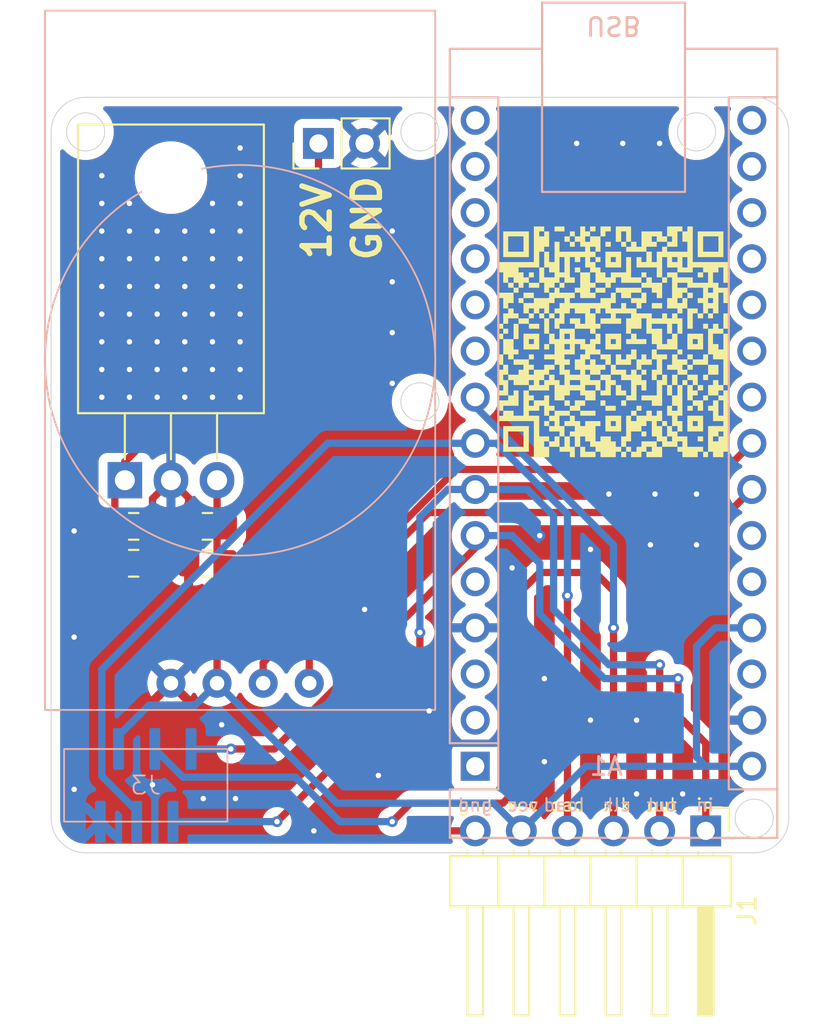
<source format=kicad_pcb>
(kicad_pcb (version 20241229) (generator "pcbnew") (generator_version "9.0")
  (layers (0 "F.Cu" signal) (2 "B.Cu" signal) (13 "F.Paste" user) (15 "B.Paste" user) (5 "F.SilkS" user "F.Silkscreen") (7 "B.SilkS" user "B.Silkscreen") (1 "F.Mask" user) (3 "B.Mask" user) (25 "Edge.Cuts" user))
  (net 0 "")
  (net 7 "VCC")
  (net 22 "SIPO out")
  (net 23 "PISO in")
  (net 24 "Shift{slash}load")
  (net 25 "Clock")
  (net 26 "GND")
  (net 27 "SCL")
  (net 28 "SDA")
  (net 29 "Net-(J2-Pin_1)")
  (footprint "Connector_PinHeader_2.54mm:PinHeader_1x02_P2.54mm_Vertical" (layer "F.Cu") (at 121.412 55.626 90)
    (property "Reference" "J2" (hide yes))
    (property "Value" "Conn_01x02_Pin")
    (pad "1" thru_hole rect (at 0 0 90) (size 1.7 1.7) (drill 1) (layers "*.Cu" "*.Mask") (net 29 "Net-(J2-Pin_1)"))
    (pad "2" thru_hole circle (at 0 2.54 90) (size 1.7 1.7) (drill 1) (layers "*.Cu" "*.Mask") (net 26 "GND"))
  )
  (footprint "Capacitor_SMD:C_0805_2012Metric_Pad1.18x1.45mm_HandSolder" (layer "F.Cu") (at 115.2945 78.74 180)
    (property "Reference" "C4" (hide yes))
    (property "Value" "C")
    (pad "1" smd roundrect (at -1.0375 0 180) (size 1.175 1.45) (layers "F.Cu" "F.Mask" "F.Paste") (roundrect_rratio 0.212766) (net 7 "VCC"))
    (pad "2" smd roundrect (at 1.0375 0 180) (size 1.175 1.45) (layers "F.Cu" "F.Mask" "F.Paste") (roundrect_rratio 0.212766) (net 26 "GND"))
  )
  (footprint "Capacitor_SMD:C_0805_2012Metric_Pad1.18x1.45mm_HandSolder" (layer "F.Cu") (at 111.2305 76.708)
    (property "Reference" "C1" (hide yes))
    (property "Value" "C")
    (pad "1" smd roundrect (at -1.0375 0) (size 1.175 1.45) (layers "F.Cu" "F.Mask" "F.Paste") (roundrect_rratio 0.212766) (net 29 "Net-(J2-Pin_1)"))
    (pad "2" smd roundrect (at 1.0375 0) (size 1.175 1.45) (layers "F.Cu" "F.Mask" "F.Paste") (roundrect_rratio 0.212766) (net 26 "GND"))
  )
  (footprint "Capacitor_SMD:C_0805_2012Metric_Pad1.18x1.45mm_HandSolder" (layer "F.Cu") (at 115.2945 76.708 180)
    (property "Reference" "C3" (hide yes))
    (property "Value" "C")
    (pad "1" smd roundrect (at -1.0375 0 180) (size 1.175 1.45) (layers "F.Cu" "F.Mask" "F.Paste") (roundrect_rratio 0.212766) (net 7 "VCC"))
    (pad "2" smd roundrect (at 1.0375 0 180) (size 1.175 1.45) (layers "F.Cu" "F.Mask" "F.Paste") (roundrect_rratio 0.212766) (net 26 "GND"))
  )
  (footprint "Connector_PinHeader_2.54mm:PinHeader_1x06_P2.54mm_Horizontal" (layer "F.Cu") (at 142.748 93.472 -90)
    (property "Reference" "J1" (at 4.385 -2.27 90) (layer "F.SilkS"))
    (property "Value" "Conn_01x06_Pin")
    (pad "1" thru_hole rect (at 0 0 270) (size 1.7 1.7) (drill 1) (layers "*.Cu" "*.Mask") (net 23 "PISO in"))
    (pad "2" thru_hole circle (at 0 2.54 270) (size 1.7 1.7) (drill 1) (layers "*.Cu" "*.Mask") (net 22 "SIPO out"))
    (pad "3" thru_hole circle (at 0 5.08 270) (size 1.7 1.7) (drill 1) (layers "*.Cu" "*.Mask") (net 25 "Clock"))
    (pad "4" thru_hole circle (at 0 7.62 270) (size 1.7 1.7) (drill 1) (layers "*.Cu" "*.Mask") (net 24 "Shift{slash}load"))
    (pad "5" thru_hole circle (at 0 10.16 270) (size 1.7 1.7) (drill 1) (layers "*.Cu" "*.Mask") (net 7 "VCC"))
    (pad "6" thru_hole circle (at 0 12.7 270) (size 1.7 1.7) (drill 1) (layers "*.Cu" "*.Mask") (net 26 "GND"))
  )
  (footprint "LOGO" (layer "F.Cu") (at 137.668 66.548)
    (property "Reference" "G***" (hide yes))
    (property "Value" "LOGO" (hide yes))
  )
  (footprint "timezoneClock:DS3231 RTC module" (layer "F.Cu") (at 117.094 67.564)
    (property "Reference" "RTC1" (hide yes))
    (property "Value" "~")
    (pad "1" thru_hole circle (at -3.81 17.78) (size 1.6 1.6) (drill 0.8) (layers "*.Cu" "*.Mask") (net 26 "GND"))
    (pad "2" thru_hole circle (at -1.27 17.78) (size 1.6 1.6) (drill 0.8) (layers "*.Cu" "*.Mask") (net 7 "VCC"))
    (pad "3" thru_hole circle (at 1.27 17.78) (size 1.6 1.6) (drill 0.8) (layers "*.Cu" "*.Mask") (net 28 "SDA"))
    (pad "4" thru_hole circle (at 3.81 17.78) (size 1.6 1.6) (drill 0.8) (layers "*.Cu" "*.Mask") (net 27 "SCL"))
  )
  (footprint "Capacitor_SMD:C_0805_2012Metric_Pad1.18x1.45mm_HandSolder" (layer "F.Cu") (at 111.2305 78.74)
    (property "Reference" "C2" (hide yes))
    (property "Value" "C")
    (pad "1" smd roundrect (at -1.0375 0) (size 1.175 1.45) (layers "F.Cu" "F.Mask" "F.Paste") (roundrect_rratio 0.212766) (net 29 "Net-(J2-Pin_1)"))
    (pad "2" smd roundrect (at 1.0375 0) (size 1.175 1.45) (layers "F.Cu" "F.Mask" "F.Paste") (roundrect_rratio 0.212766) (net 26 "GND"))
  )
  (footprint "Package_TO_SOT_THT:TO-220-3_Horizontal_TabDown" (layer "F.Cu") (at 110.744 74.168)
    (property "Reference" "U1" (at 2.54 -17.278 0) (layer "F.SilkS"))
    (property "Value" "L7805")
    (pad "" np_thru_hole circle (at 2.54 -16.66) (size 3.5 3.5) (drill 3.5) (layers "*.Cu" "*.Mask"))
    (pad "1" thru_hole rect (at 0 0) (size 1.905 2) (drill 1.1) (layers "*.Cu" "*.Mask") (net 29 "Net-(J2-Pin_1)"))
    (pad "2" thru_hole oval (at 2.54 0) (size 1.905 2) (drill 1.1) (layers "*.Cu" "*.Mask") (net 26 "GND"))
    (pad "3" thru_hole oval (at 5.08 0) (size 1.905 2) (drill 1.1) (layers "*.Cu" "*.Mask") (net 7 "VCC"))
  )
  (footprint "Module:Arduino_Nano" (layer "B.Cu") (at 130.048 89.916)
    (property "Reference" "A1" (at 7.222999 0 0) (layer "B.SilkS") (effects (justify mirror)))
    (property "Value" "Arduino_Nano_v3.x")
    (fp_text user "USB" (at 7.62 -40.767 180) (layer "B.SilkS") (effects (justify mirror)))
    (pad "1" thru_hole rect (at 0 0) (size 1.6 1.6) (drill 1) (layers "*.Cu" "*.Mask"))
    (pad "2" thru_hole oval (at 0 -2.54) (size 1.6 1.6) (drill 1) (layers "*.Cu" "*.Mask"))
    (pad "3" thru_hole oval (at 0 -5.08) (size 1.6 1.6) (drill 1) (layers "*.Cu" "*.Mask"))
    (pad "4" thru_hole oval (at 0 -7.62) (size 1.6 1.6) (drill 1) (layers "*.Cu" "*.Mask") (net 26 "GND"))
    (pad "5" thru_hole oval (at 0 -10.16) (size 1.6 1.6) (drill 1) (layers "*.Cu" "*.Mask"))
    (pad "6" thru_hole oval (at 0 -12.7) (size 1.6 1.6) (drill 1) (layers "*.Cu" "*.Mask") (net 23 "PISO in"))
    (pad "7" thru_hole oval (at 0 -15.24) (size 1.6 1.6) (drill 1) (layers "*.Cu" "*.Mask") (net 22 "SIPO out"))
    (pad "8" thru_hole oval (at 0 -17.78) (size 1.6 1.6) (drill 1) (layers "*.Cu" "*.Mask") (net 24 "Shift{slash}load"))
    (pad "9" thru_hole oval (at 0 -20.32) (size 1.6 1.6) (drill 1) (layers "*.Cu" "*.Mask") (net 25 "Clock"))
    (pad "10" thru_hole oval (at 0 -22.86) (size 1.6 1.6) (drill 1) (layers "*.Cu" "*.Mask"))
    (pad "11" thru_hole oval (at 0 -25.4) (size 1.6 1.6) (drill 1) (layers "*.Cu" "*.Mask"))
    (pad "12" thru_hole oval (at 0 -27.94) (size 1.6 1.6) (drill 1) (layers "*.Cu" "*.Mask"))
    (pad "13" thru_hole oval (at 0 -30.48) (size 1.6 1.6) (drill 1) (layers "*.Cu" "*.Mask"))
    (pad "14" thru_hole oval (at 0 -33.02) (size 1.6 1.6) (drill 1) (layers "*.Cu" "*.Mask"))
    (pad "15" thru_hole oval (at 0 -35.56) (size 1.6 1.6) (drill 1) (layers "*.Cu" "*.Mask"))
    (pad "16" thru_hole oval (at 15.24 -35.56) (size 1.6 1.6) (drill 1) (layers "*.Cu" "*.Mask"))
    (pad "17" thru_hole oval (at 15.24 -33.02) (size 1.6 1.6) (drill 1) (layers "*.Cu" "*.Mask"))
    (pad "18" thru_hole oval (at 15.24 -30.48) (size 1.6 1.6) (drill 1) (layers "*.Cu" "*.Mask"))
    (pad "19" thru_hole oval (at 15.24 -27.94) (size 1.6 1.6) (drill 1) (layers "*.Cu" "*.Mask"))
    (pad "20" thru_hole oval (at 15.24 -25.4) (size 1.6 1.6) (drill 1) (layers "*.Cu" "*.Mask"))
    (pad "21" thru_hole oval (at 15.24 -22.86) (size 1.6 1.6) (drill 1) (layers "*.Cu" "*.Mask"))
    (pad "22" thru_hole oval (at 15.24 -20.32) (size 1.6 1.6) (drill 1) (layers "*.Cu" "*.Mask"))
    (pad "23" thru_hole oval (at 15.24 -17.78) (size 1.6 1.6) (drill 1) (layers "*.Cu" "*.Mask") (net 28 "SDA"))
    (pad "24" thru_hole oval (at 15.24 -15.24) (size 1.6 1.6) (drill 1) (layers "*.Cu" "*.Mask") (net 27 "SCL"))
    (pad "25" thru_hole oval (at 15.24 -12.7) (size 1.6 1.6) (drill 1) (layers "*.Cu" "*.Mask"))
    (pad "26" thru_hole oval (at 15.24 -10.16) (size 1.6 1.6) (drill 1) (layers "*.Cu" "*.Mask"))
    (pad "27" thru_hole oval (at 15.24 -7.62) (size 1.6 1.6) (drill 1) (layers "*.Cu" "*.Mask") (net 7 "VCC"))
    (pad "28" thru_hole oval (at 15.24 -5.08) (size 1.6 1.6) (drill 1) (layers "*.Cu" "*.Mask"))
    (pad "29" thru_hole oval (at 15.24 -2.54) (size 1.6 1.6) (drill 1) (layers "*.Cu" "*.Mask") (net 26 "GND"))
    (pad "30" thru_hole oval (at 15.24 0) (size 1.6 1.6) (drill 1) (layers "*.Cu" "*.Mask") (net 7 "VCC"))
  )
  (footprint "timezoneClock:flatcable conn 6" (layer "B.Cu") (at 111.894999 90.964 180)
    (property "Reference" "J3" (at 0 0 0) (layer "B.SilkS") (effects (font (thickness 0.1)) (justify mirror)))
    (property "Value" "Conn_01x06_Socket")
    (pad "1" smd roundrect (at -2.5 2 180) (size 0.6 2.3) (layers "B.Cu" "B.Mask" "B.Paste") (roundrect_rratio 0.15) (net 23 "PISO in"))
    (pad "2" smd roundrect (at -1.5 -2 180) (size 0.6 2.3) (layers "B.Cu" "B.Mask" "B.Paste") (roundrect_rratio 0.15) (net 22 "SIPO out"))
    (pad "3" smd roundrect (at -0.5 2 180) (size 0.6 2.3) (layers "B.Cu" "B.Mask" "B.Paste") (roundrect_rratio 0.15) (net 25 "Clock"))
    (pad "4" smd roundrect (at 0.5 -2 180) (size 0.6 2.3) (layers "B.Cu" "B.Mask" "B.Paste") (roundrect_rratio 0.15) (net 24 "Shift{slash}load"))
    (pad "5" smd roundrect (at 1.5 2 180) (size 0.6 2.3) (layers "B.Cu" "B.Mask" "B.Paste") (roundrect_rratio 0.15) (net 7 "VCC"))
    (pad "6" smd roundrect (at 2.5 -2 180) (size 0.6 2.3) (layers "B.Cu" "B.Mask" "B.Paste") (roundrect_rratio 0.15) (net 26 "GND"))
  )
  (gr_line (start 108.585 53.086) (end 145.415 53.086) (stroke (width 0.05)) (layer "Edge.Cuts"))
  (gr_circle (center 127 69.85) (end 128.05 69.85) (stroke (width 0.05)) (fill no) (layer "Edge.Cuts"))
  (gr_arc (start 145.415 53.086) (mid 146.762038 53.643962) (end 147.32 54.991) (stroke (width 0.05)) (layer "Edge.Cuts"))
  (gr_circle (center 145.414999 92.774) (end 146.464999 92.774) (stroke (width 0.05)) (fill no) (layer "Edge.Cuts"))
  (gr_line (start 145.414999 94.679) (end 108.584999 94.679) (stroke (width 0.05)) (layer "Edge.Cuts"))
  (gr_arc (start 106.68 54.991) (mid 107.237962 53.643962) (end 108.585 53.086) (stroke (width 0.05)) (layer "Edge.Cuts"))
  (gr_arc (start 147.319999 92.774) (mid 146.762037 94.121038) (end 145.414999 94.679) (stroke (width 0.05)) (layer "Edge.Cuts"))
  (gr_circle (center 127 54.991) (end 128.05 54.991) (stroke (width 0.05)) (fill no) (layer "Edge.Cuts"))
  (gr_line (start 106.679999 92.774) (end 106.68 54.991) (stroke (width 0.05)) (layer "Edge.Cuts"))
  (gr_circle (center 108.585 54.991) (end 109.635 54.991) (stroke (width 0.05)) (fill no) (layer "Edge.Cuts"))
  (gr_circle (center 142.24 54.991) (end 143.29 54.991) (stroke (width 0.05)) (fill no) (layer "Edge.Cuts"))
  (gr_arc (start 108.584999 94.679) (mid 107.237961 94.121038) (end 106.679999 92.774) (stroke (width 0.05)) (layer "Edge.Cuts"))
  (gr_line (start 147.32 54.991) (end 147.319999 92.774) (stroke (width 0.05)) (layer "Edge.Cuts"))
  (gr_text "gnd" (at 129.032 92.456 0) (layer "F.SilkS") (effects (font (size 0.7 0.7) (thickness 0.1)) (justify left bottom)))
  (gr_text "12V" (at 122.200601 62.168045 90) (layer "F.SilkS") (effects (font (size 1.5 1.5) (thickness 0.3) (bold yes)) (justify left bottom)))
  (gr_text "out" (at 141.224 92.456 0) (layer "F.SilkS") (effects (font (size 0.7 0.7) (thickness 0.1)) (justify right bottom)))
  (gr_text "GND" (at 124.968 62.23 90) (layer "F.SilkS") (effects (font (size 1.5 1.5) (thickness 0.3) (bold yes)) (justify left bottom)))
  (gr_text "vcc\n" (at 133.604 92.456 0) (layer "F.SilkS") (effects (font (size 0.7 0.7) (thickness 0.1)) (justify right bottom)))
  (gr_text "in" (at 143.256 92.456 0) (layer "F.SilkS") (effects (font (size 0.7 0.7) (thickness 0.1)) (justify right bottom)))
  (gr_text "clk" (at 138.684 92.456 0) (layer "F.SilkS") (effects (font (size 0.7 0.7) (thickness 0.1)) (justify right bottom)))
  (gr_text "load\n" (at 136.144 92.456 0) (layer "F.SilkS") (effects (font (size 0.7 0.7) (thickness 0.1)) (justify right bottom)))
  (gr_text "out" (at 141.224 92.456 0) (layer "B.SilkS") (effects (font (size 0.7 0.7) (thickness 0.1)) (justify left bottom mirror)))
  (gr_text "clk" (at 138.684 92.456 0) (layer "B.SilkS") (effects (font (size 0.7 0.7) (thickness 0.1)) (justify left bottom mirror)))
  (gr_text "load\n" (at 136.144 92.456 0) (layer "B.SilkS") (effects (font (size 0.7 0.7) (thickness 0.1)) (justify left bottom mirror)))
  (gr_text "gnd" (at 131.064 92.456 0) (layer "B.SilkS") (effects (font (size 0.7 0.7) (thickness 0.1)) (justify left bottom mirror)))
  (gr_text "in" (at 143.256 92.456 0) (layer "B.SilkS") (effects (font (size 0.7 0.7) (thickness 0.1)) (justify left bottom mirror)))
  (gr_text "vcc\n" (at 133.604 92.456 0) (layer "B.SilkS") (effects (font (size 0.7 0.7) (thickness 0.1)) (justify left bottom mirror)))
  (segment (start 115.824 85.344) (end 115.824 74.168) (width 0.4) (layer "F.Cu") (net 7))
  (segment (start 145.288 82.296) (end 143.256 82.296) (width 0.4) (layer "B.Cu") (net 7))
  (segment (start 110.394999 88.233001) (end 112.083 86.545) (width 0.4) (layer "B.Cu") (net 7))
  (segment (start 122.428 91.948) (end 115.824 85.344) (width 0.4) (layer "B.Cu") (net 7))
  (segment (start 131.064 91.948) (end 122.428 91.948) (width 0.4) (layer "B.Cu") (net 7))
  (segment (start 132.588 93.472) (end 136.144 89.916) (width 0.4) (layer "B.Cu") (net 7))
  (segment (start 142.24 83.312) (end 142.24 89.408) (width 0.4) (layer "B.Cu") (net 7))
  (segment (start 132.588 93.472) (end 131.064 91.948) (width 0.4) (layer "B.Cu") (net 7))
  (segment (start 112.083 86.545) (end 114.623 86.545) (width 0.4) (layer "B.Cu") (net 7))
  (segment (start 143.256 82.296) (end 142.24 83.312) (width 0.4) (layer "B.Cu") (net 7))
  (segment (start 142.24 89.408) (end 142.748 89.916) (width 0.4) (layer "B.Cu") (net 7))
  (segment (start 142.748 89.916) (end 145.288 89.916) (width 0.4) (layer "B.Cu") (net 7))
  (segment (start 114.623 86.545) (end 115.824 85.344) (width 0.4) (layer "B.Cu") (net 7))
  (segment (start 110.394999 88.964) (end 110.394999 88.233001) (width 0.4) (layer "B.Cu") (net 7))
  (segment (start 136.144 89.916) (end 142.748 89.916) (width 0.4) (layer "B.Cu") (net 7))
  (segment (start 127 85.09) (end 127 82.55) (width 0.4) (layer "F.Cu") (net 22))
  (segment (start 140.208 93.472) (end 140.208 84.328) (width 0.4) (layer "F.Cu") (net 22))
  (segment (start 119.126 92.964) (end 127 85.09) (width 0.4) (layer "F.Cu") (net 22))
  (via (at 119.126 92.964) (size 0.6) (drill 0.3) (layers "F.Cu" "B.Cu") (net 22))
  (via (at 127 82.55) (size 0.6) (drill 0.3) (layers "F.Cu" "B.Cu") (net 22))
  (via (at 140.208 84.328) (size 0.6) (drill 0.3) (layers "F.Cu" "B.Cu") (net 22))
  (segment (start 132.920116 74.676) (end 130.048 74.676) (width 0.4) (layer "B.Cu") (net 22))
  (segment (start 128.524 74.676) (end 130.048 74.676) (width 0.4) (layer "B.Cu") (net 22))
  (segment (start 127 82.55) (end 127 76.2) (width 0.4) (layer "B.Cu") (net 22))
  (segment (start 134.366 81.28) (end 134.366 76.121884) (width 0.4) (layer "B.Cu") (net 22))
  (segment (start 113.394999 92.964) (end 119.126 92.964) (width 0.4) (layer "B.Cu") (net 22))
  (segment (start 140.208 84.328) (end 137.414 84.328) (width 0.4) (layer "B.Cu") (net 22))
  (segment (start 127 76.2) (end 128.524 74.676) (width 0.4) (layer "B.Cu") (net 22))
  (segment (start 137.414 84.328) (end 134.366 81.28) (width 0.4) (layer "B.Cu") (net 22))
  (segment (start 134.366 76.121884) (end 132.920116 74.676) (width 0.4) (layer "B.Cu") (net 22))
  (segment (start 142.748 88.646) (end 142.748 93.472) (width 0.4) (layer "F.Cu") (net 23))
  (segment (start 141.224 87.122) (end 142.748 88.646) (width 0.4) (layer "F.Cu") (net 23))
  (segment (start 118.982471 88.964) (end 130.048 77.898471) (width 0.4) (layer "F.Cu") (net 23))
  (segment (start 116.586 88.964) (end 118.982471 88.964) (width 0.4) (layer "F.Cu") (net 23))
  (segment (start 130.048 77.898471) (end 130.048 77.216) (width 0.4) (layer "F.Cu") (net 23))
  (segment (start 141.224 85.09) (end 141.224 87.122) (width 0.4) (layer "F.Cu") (net 23))
  (via (at 141.224 85.09) (size 0.6) (drill 0.3) (layers "F.Cu" "B.Cu") (net 23))
  (via (at 116.586 88.964) (size 0.6) (drill 0.3) (layers "F.Cu" "B.Cu") (net 23))
  (segment (start 141.224 85.09) (end 137.16 85.09) (width 0.4) (layer "B.Cu") (net 23))
  (segment (start 133.604 78.74) (end 132.08 77.216) (width 0.4) (layer "B.Cu") (net 23))
  (segment (start 132.08 77.216) (end 130.048 77.216) (width 0.4) (layer "B.Cu") (net 23))
  (segment (start 114.394999 88.964) (end 116.586 88.964) (width 0.4) (layer "B.Cu") (net 23))
  (segment (start 116.586 88.964) (end 116.65 88.964) (width 0.4) (layer "B.Cu") (net 23))
  (segment (start 137.16 85.09) (end 133.604 81.534) (width 0.4) (layer "B.Cu") (net 23))
  (segment (start 133.604 81.534) (end 133.604 78.74) (width 0.4) (layer "B.Cu") (net 23))
  (segment (start 135.128 87.122) (end 135.128 80.518) (width 0.4) (layer "F.Cu") (net 24))
  (segment (start 135.128 93.472) (end 135.128 87.122) (width 0.4) (layer "F.Cu") (net 24))
  (via (at 135.128 80.518) (size 0.6) (drill 0.3) (layers "F.Cu" "B.Cu") (net 24))
  (segment (start 135.128 76.033942) (end 131.230058 72.136) (width 0.4) (layer "B.Cu") (net 24))
  (segment (start 111.394999 92.964) (end 111.394999 92.379) (width 0.4) (layer "B.Cu") (net 24))
  (segment (start 135.128 80.518) (end 135.128 76.033942) (width 0.4) (layer "B.Cu") (net 24))
  (segment (start 111.394999 92.379) (end 109.474 90.458001) (width 0.4) (layer "B.Cu") (net 24))
  (segment (start 109.474 90.458001) (end 109.474 84.582) (width 0.4) (layer "B.Cu") (net 24))
  (segment (start 121.92 72.136) (end 130.048 72.136) (width 0.4) (layer "B.Cu") (net 24))
  (segment (start 131.230058 72.136) (end 130.048 72.136) (width 0.4) (layer "B.Cu") (net 24))
  (segment (start 109.474 84.582) (end 121.92 72.136) (width 0.4) (layer "B.Cu") (net 24))
  (segment (start 137.668 80.264) (end 137.668 82.296) (width 0.4) (layer "F.Cu") (net 25))
  (segment (start 132.588 90.932) (end 132.588 80.264) (width 0.4) (layer "F.Cu") (net 25))
  (segment (start 137.668 93.472) (end 137.668 86.36) (width 0.4) (layer "F.Cu") (net 25))
  (segment (start 137.668 86.36) (end 137.668 82.296) (width 0.4) (layer "F.Cu") (net 25))
  (segment (start 133.604 79.248) (end 136.652 79.248) (width 0.4) (layer "F.Cu") (net 25))
  (segment (start 136.652 79.248) (end 137.668 80.264) (width 0.4) (layer "F.Cu") (net 25))
  (segment (start 132.588 80.264) (end 133.604 79.248) (width 0.4) (layer "F.Cu") (net 25))
  (segment (start 131.572 91.948) (end 132.588 90.932) (width 0.4) (layer "F.Cu") (net 25))
  (segment (start 126.492 91.948) (end 131.572 91.948) (width 0.4) (layer "F.Cu") (net 25))
  (segment (start 125.476 92.964) (end 126.492 91.948) (width 0.4) (layer "F.Cu") (net 25))
  (via (at 125.476 92.964) (size 0.6) (drill 0.3) (layers "F.Cu" "B.Cu") (net 25))
  (via (at 137.668 82.296) (size 0.6) (drill 0.3) (layers "F.Cu" "B.Cu") (net 25))
  (segment (start 137.668 82.296) (end 137.668 77.724) (width 0.4) (layer "B.Cu") (net 25))
  (segment (start 122.594058 92.964) (end 125.476 92.964) (width 0.4) (layer "B.Cu") (net 25))
  (segment (start 120.145058 90.515) (end 122.594058 92.964) (width 0.4) (layer "B.Cu") (net 25))
  (segment (start 112.394999 88.964) (end 113.945999 90.515) (width 0.4) (layer "B.Cu") (net 25))
  (segment (start 137.668 77.724) (end 130.048 70.104) (width 0.4) (layer "B.Cu") (net 25))
  (segment (start 130.048 70.104) (end 130.048 69.596) (width 0.4) (layer "B.Cu") (net 25))
  (segment (start 113.945999 90.515) (end 120.145058 90.515) (width 0.4) (layer "B.Cu") (net 25))
  (segment (start 112.268 76.708) (end 112.268 75.184) (width 0.4) (layer "F.Cu") (net 26))
  (segment (start 114.257 75.227) (end 114.257 76.708) (width 0.4) (layer "F.Cu") (net 26))
  (segment (start 114.3 75.184) (end 114.257 75.227) (width 0.4) (layer "F.Cu") (net 26))
  (segment (start 112.268 75.184) (end 113.284 74.168) (width 0.4) (layer "F.Cu") (net 26))
  (segment (start 130.048 93.472) (end 128.016 93.472) (width 0.4) (layer "F.Cu") (net 26))
  (segment (start 113.284 74.168) (end 114.3 75.184) (width 0.4) (layer "F.Cu") (net 26))
  (via (at 138.938 87.376) (size 0.6) (drill 0.3) (layers "F.Cu" "B.Cu") (net 26))
  (via (at 115.57 60.452) (size 0.6) (drill 0.3) (layers "F.Cu" "B.Cu") (net 26))
  (via (at 117.094 63.5) (size 0.6) (drill 0.3) (layers "F.Cu" "B.Cu") (net 26))
  (via (at 133.858 85.09) (size 0.6) (drill 0.3) (layers "F.Cu" "B.Cu") (net 26))
  (via (at 107.95 91.186) (size 0.6) (drill 0.3) (layers "F.Cu" "B.Cu") (net 26))
  (via (at 124.714 90.424) (size 0.6) (drill 0.3) (layers "F.Cu" "B.Cu") (net 26))
  (via (at 117.094 61.976) (size 0.6) (drill 0.3) (layers "F.Cu" "B.Cu") (net 26))
  (via (at 127.508 86.868) (size 0.6) (drill 0.3) (layers "F.Cu" "B.Cu") (net 26))
  (via (at 139.954 74.93) (size 0.6) (drill 0.3) (layers "F.Cu" "B.Cu") (net 26))
  (via (at 115.57 69.596) (size 0.6) (drill 0.3) (layers "F.Cu" "B.Cu") (net 26))
  (via (at 109.474 60.452) (size 0.6) (drill 0.3) (layers "F.Cu" "B.Cu") (net 26))
  (via (at 115.062 91.694) (size 0.6) (drill 0.3) (layers "F.Cu" "B.Cu") (net 26))
  (via (at 109.474 68.072) (size 0.6) (drill 0.3) (layers "F.Cu" "B.Cu") (net 26))
  (via (at 117.094 66.548) (size 0.6) (drill 0.3) (layers "F.Cu" "B.Cu") (net 26))
  (via (at 115.57 58.928) (size 0.6) (drill 0.3) (layers "F.Cu" "B.Cu") (net 26))
  (via (at 117.094 68.072) (size 0.6) (drill 0.3) (layers "F.Cu" "B.Cu") (net 26))
  (via (at 112.522 61.976) (size 0.6) (drill 0.3) (layers "F.Cu" "B.Cu") (net 26))
  (via (at 125.476 68.834) (size 0.6) (drill 0.3) (layers "F.Cu" "B.Cu") (net 26))
  (via (at 123.952 81.28) (size 0.6) (drill 0.3) (layers "F.Cu" "B.Cu") (net 26))
  (via (at 112.268 90.932) (size 0.6) (drill 0.3) (layers "F.Cu" "B.Cu") (net 26))
  (via (at 109.474 69.596) (size 0.6) (drill 0.3) (layers "F.Cu" "B.Cu") (net 26))
  (via (at 135.636 55.626) (size 0.6) (drill 0.3) (layers "F.Cu" "B.Cu") (net 26))
  (via (at 140.208 55.626) (size 0.6) (drill 0.3) (layers "F.Cu" "B.Cu") (net 26))
  (via (at 114.046 65.024) (size 0.6) (drill 0.3) (layers "F.Cu" "B.Cu") (net 26))
  (via (at 109.474 66.548) (size 0.6) (drill 0.3) (layers "F.Cu" "B.Cu") (net 26))
  (via (at 138.938 91.44) (size 0.6) (drill 0.3) (layers "F.Cu" "B.Cu") (net 26))
  (via (at 109.474 63.5) (size 0.6) (drill 0.3) (layers "F.Cu" "B.Cu") (net 26))
  (via (at 142.24 74.93) (size 0.6) (drill 0.3) (layers "F.Cu" "B.Cu") (net 26))
  (via (at 114.046 60.452) (size 0.6) (drill 0.3) (layers "F.Cu" "B.Cu") (net 26))
  (via (at 109.474 65.024) (size 0.6) (drill 0.3) (layers "F.Cu" "B.Cu") (net 26))
  (via (at 110.998 69.596) (size 0.6) (drill 0.3) (layers "F.Cu" "B.Cu") (net 26))
  (via (at 125.476 60.452) (size 0.6) (drill 0.3) (layers "F.Cu" "B.Cu") (net 26))
  (via (at 114.046 61.976) (size 0.6) (drill 0.3) (layers "F.Cu" "B.Cu") (net 26))
  (via (at 115.57 66.548) (size 0.6) (drill 0.3) (layers "F.Cu" "B.Cu") (net 26))
  (via (at 115.57 63.5) (size 0.6) (drill 0.3) (layers "F.Cu" "B.Cu") (net 26))
  (via (at 112.522 68.072) (size 0.6) (drill 0.3) (layers "F.Cu" "B.Cu") (net 26))
  (via (at 110.998 63.5) (size 0.6) (drill 0.3) (layers "F.Cu" "B.Cu") (net 26))
  (via (at 117.094 69.596) (size 0.6) (drill 0.3) (layers "F.Cu" "B.Cu") (net 26))
  (via (at 109.474 57.404) (size 0.6) (drill 0.3) (layers "F.Cu" "B.Cu") (net 26))
  (via (at 110.998 60.452) (size 0.6) (drill 0.3) (layers "F.Cu" "B.Cu") (net 26))
  (via (at 136.398 77.978) (size 0.6) (drill 0.3) (layers "F.Cu" "B.Cu") (net 26))
  (via (at 110.998 66.548) (size 0.6) (drill 0.3) (layers "F.Cu" "B.Cu") (net 26))
  (via (at 110.998 65.024) (size 0.6) (drill 0.3) (layers "F.Cu" "B.Cu") (net 26))
  (via (at 114.046 69.596) (size 0.6) (drill 0.3) (layers "F.Cu" "B.Cu") (net 26))
  (via (at 110.998 58.928) (size 0.6) (drill 0.3) (layers "F.Cu" "B.Cu") (net 26))
  (via (at 117.094 60.452) (size 0.6) (drill 0.3) (layers "F.Cu" "B.Cu") (net 26))
  (via (at 110.998 61.976) (size 0.6) (drill 0.3) (layers "F.Cu" "B.Cu") (net 26))
  (via (at 141.478 91.44) (size 0.6) (drill 0.3) (layers "F.Cu" "B.Cu") (net 26))
  (via (at 136.398 87.376) (size 0.6) (drill 0.3) (layers "F.Cu" "B.Cu") (net 26))
  (via (at 114.046 63.5) (size 0.6) (drill 0.3) (layers "F.Cu" "B.Cu") (net 26))
  (via (at 117.094 55.88) (size 0.6) (drill 0.3) (layers "F.Cu" "B.Cu") (net 26))
  (via (at 115.57 61.976) (size 0.6) (drill 0.3) (layers "F.Cu" "B.Cu") (net 26))
  (via (at 125.476 63.246) (size 0.6) (drill 0.3) (layers "F.Cu" "B.Cu") (net 26))
  (via (at 109.474 61.976) (size 0.6) (drill 0.3) (layers "F.Cu" "B.Cu") (net 26))
  (via (at 121.158 93.472) (size 0.6) (drill 0.3) (layers "F.Cu" "B.Cu") (net 26))
  (via (at 125.476 66.04) (size 0.6) (drill 0.3) (layers "F.Cu" "B.Cu") (net 26))
  (via (at 115.57 68.072) (size 0.6) (drill 0.3) (layers "F.Cu" "B.Cu") (net 26))
  (via (at 117.094 58.928) (size 0.6) (drill 0.3) (layers "F.Cu" "B.Cu") (net 26))
  (via (at 112.522 65.024) (size 0.6) (drill 0.3) (layers "F.Cu" "B.Cu") (net 26))
  (via (at 138.176 55.626) (size 0.6) (drill 0.3) (layers "F.Cu" "B.Cu") (net 26))
  (via (at 117.094 57.404) (size 0.6) (drill 0.3) (layers "F.Cu" "B.Cu") (net 26))
  (via (at 115.57 65.024) (size 0.6) (drill 0.3) (layers "F.Cu" "B.Cu") (net 26))
  (via (at 114.046 66.548) (size 0.6) (drill 0.3) (layers "F.Cu" "B.Cu") (net 26))
  (via (at 112.522 60.452) (size 0.6) (drill 0.3) (layers "F.Cu" "B.Cu") (net 26))
  (via (at 107.95 76.962) (size 0.6) (drill 0.3) (layers "F.Cu" "B.Cu") (net 26))
  (via (at 137.414 74.93) (size 0.6) (drill 0.3) (layers "F.Cu" "B.Cu") (net 26))
  (via (at 142.24 77.724) (size 0.6) (drill 0.3) (layers "F.Cu" "B.Cu") (net 26))
  (via (at 133.858 89.662) (size 0.6) (drill 0.3) (layers "F.Cu" "B.Cu") (net 26))
  (via (at 132.08 78.994) (size 0.6) (drill 0.3) (layers "F.Cu" "B.Cu") (net 26))
  (via (at 133.604 77.216) (size 0.6) (drill 0.3) (layers "F.Cu" "B.Cu") (net 26))
  (via (at 109.474 58.928) (size 0.6) (drill 0.3) (layers "F.Cu" "B.Cu") (net 26))
  (via (at 139.7 77.724) (size 0.6) (drill 0.3) (layers "F.Cu" "B.Cu") (net 26))
  (via (at 114.046 68.072) (size 0.6) (drill 0.3) (layers "F.Cu" "B.Cu") (net 26))
  (via (at 117.094 65.024) (size 0.6) (drill 0.3) (layers "F.Cu" "B.Cu") (net 26))
  (via (at 112.522 69.596) (size 0.6) (drill 0.3) (layers "F.Cu" "B.Cu") (net 26))
  (via (at 116.078 87.63) (size 0.6) (drill 0.3) (layers "F.Cu" "B.Cu") (net 26))
  (via (at 112.522 63.5) (size 0.6) (drill 0.3) (layers "F.Cu" "B.Cu") (net 26))
  (via (at 107.95 82.804) (size 0.6) (drill 0.3) (layers "F.Cu" "B.Cu") (net 26))
  (via (at 116.84 91.694) (size 0.6) (drill 0.3) (layers "F.Cu" "B.Cu") (net 26))
  (via (at 112.522 66.548) (size 0.6) (drill 0.3) (layers "F.Cu" "B.Cu") (net 26))
  (via (at 110.998 68.072) (size 0.6) (drill 0.3) (layers "F.Cu" "B.Cu") (net 26))
  (segment (start 129.54 88.646) (end 131.572 88.646) (width 0.4) (layer "B.Cu") (net 26))
  (segment (start 129.54 88.646) (end 128.27 88.646) (width 0.4) (layer "B.Cu") (net 26))
  (segment (start 144.018 75.946) (end 145.288 74.676) (width 0.4) (layer "F.Cu") (net 27))
  (segment (start 127.480572 75.946) (end 144.018 75.946) (width 0.4) (layer "F.Cu") (net 27))
  (segment (start 120.904 82.522572) (end 127.480572 75.946) (width 0.4) (layer "F.Cu") (net 27))
  (segment (start 120.904 85.344) (end 120.904 84.80295) (width 0.2) (layer "F.Cu") (net 27))
  (segment (start 120.904 84.80295) (end 120.904 82.522572) (width 0.4) (layer "F.Cu") (net 27))
  (segment (start 118.364 85.344) (end 118.364 84.21263) (width 0.4) (layer "F.Cu") (net 28))
  (segment (start 118.364 84.21263) (end 129.00163 73.575) (width 0.4) (layer "F.Cu") (net 28))
  (segment (start 129.00163 73.575) (end 143.849 73.575) (width 0.4) (layer "F.Cu") (net 28))
  (segment (start 143.849 73.575) (end 145.288 72.136) (width 0.4) (layer "F.Cu") (net 28))
  (segment (start 119.38 71.628) (end 121.412 69.596) (width 0.4) (layer "F.Cu") (net 29))
  (segment (start 112.268 71.628) (end 119.38 71.628) (width 0.4) (layer "F.Cu") (net 29))
  (segment (start 110.744 73.152) (end 112.268 71.628) (width 0.4) (layer "F.Cu") (net 29))
  (segment (start 121.412 69.596) (end 121.412 55.626) (width 0.4) (layer "F.Cu") (net 29))
  (segment (start 110.193 78.74) (end 110.193 74.719) (width 0.4) (layer "F.Cu") (net 29))
  (segment (start 110.744 74.168) (end 110.744 73.152) (width 0.4) (layer "F.Cu") (net 29))
  (segment (start 110.193 74.719) (end 110.744 74.168) (width 0.4) (layer "F.Cu") (net 29))
  (zone (net 26) (net_name "GND") (layers "F.Cu" "B.Cu") (connect_pads (clearance 0.5)) (min_thickness 0.25) (fill yes (thermal_gap 0.5) (thermal_bridge_width 0.5))
    (polygon (pts (xy 148.844 95.504) (xy 148.844 49.276) (xy 105.156 49.276) (xy 105.156 95.504)))
  )
)
</source>
